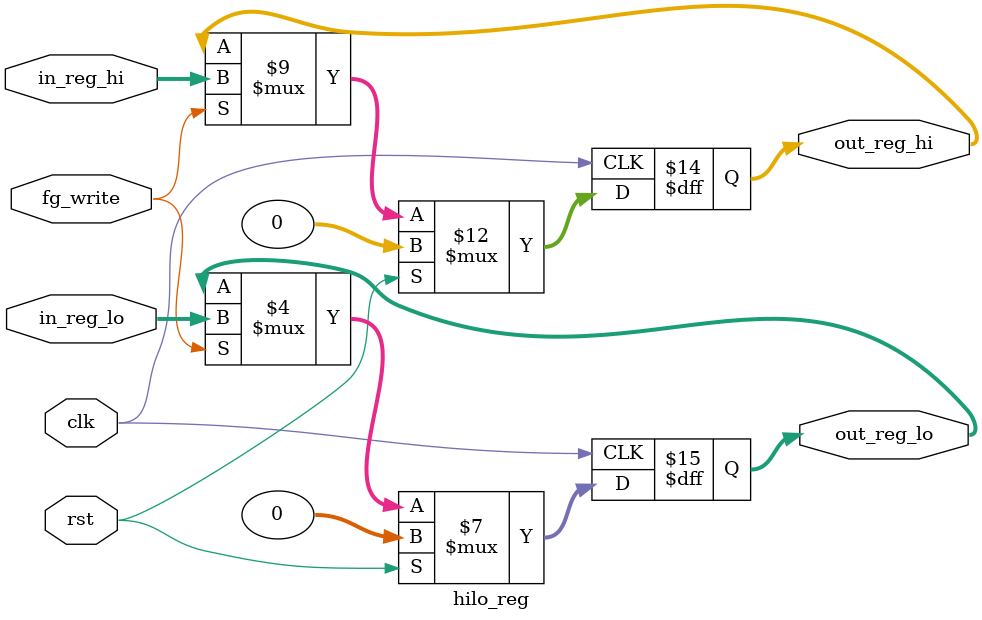
<source format=v>
module hilo_reg(clk, rst, fg_write, in_reg_hi, in_reg_lo, out_reg_hi, out_reg_lo);

input wire clk, rst, fg_write;
input wire[31:0] in_reg_hi, in_reg_lo;
output reg[31:0] out_reg_hi, out_reg_lo;

	always @(posedge clk)
	begin
		if(rst == 1'b1) begin out_reg_hi <= 32'h00000000; out_reg_lo <= 32'h00000000; end
		else if(fg_write == 1'b1) begin out_reg_hi <= in_reg_hi; out_reg_lo <= in_reg_lo; end
	end

endmodule
</source>
